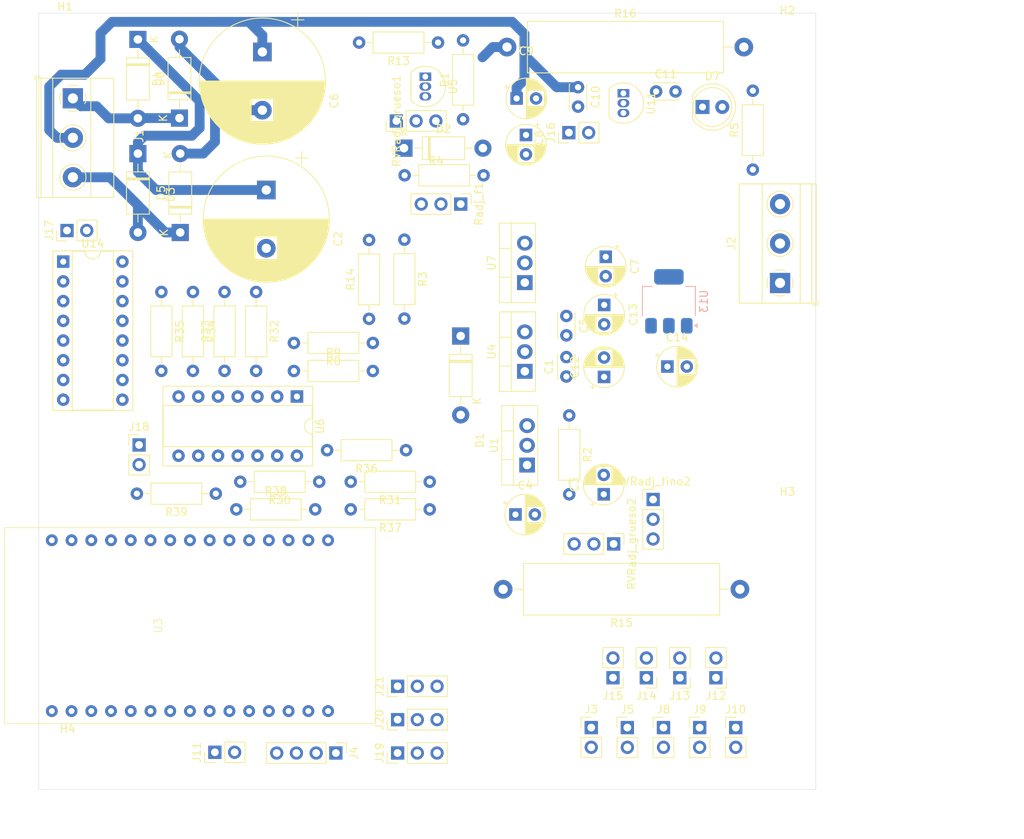
<source format=kicad_pcb>
(kicad_pcb (version 20240108) (generator "pcbnew") (generator_version "8.0")
  (layers (0 "F.Cu" signal) (31 "B.Cu" signal) (34 "B.Paste" user) (35 "F.Paste" user) (36 "B.SilkS" user "B.Silkscreen") (37 "F.SilkS" user "F.Silkscreen") (38 "B.Mask" user) (39 "F.Mask" user) (44 "Edge.Cuts" user))
  (net 0 "")
  (net 1 "+12V")
  (net 2 "Net-(D7-A)")
  (net 3 "GND")
  (net 4 "Net-(U1-ADJ)")
  (net 5 "+5V")
  (net 6 "-12V")
  (net 7 "Net-(U7-ADJ)")
  (net 8 "-5V")
  (net 9 "+3V3")
  (net 10 "+12VA")
  (net 11 "-12VA")
  (net 12 "I2C - SDA")
  (net 13 "BTN_POWER")
  (net 14 "I2C - SCL")
  (net 16 "BTN_MODE")
  (net 20 "BTN_SELECT")
  (net 22 "+1V2")
  (net 23 "-1V2")
  (net 24 "Net-(U6A--)")
  (net 25 "Net-(RVRadj_grueso1-Pad3)")
  (net 26 "TX_esp")
  (net 27 "RX_esp")
  (net 29 "Net-(RVRadj_fino2-Pad2)")
  (net 30 "A_mux")
  (net 31 "B_mux")
  (net 33 "Vadc")
  (net 37 "Io1+")
  (net 38 "Io1-")
  (net 39 "Vout-")
  (net 40 "Vout+")
  (net 41 "Vadc-")
  (net 42 "Net-(U6B-+)")
  (net 43 "Net-(U6B--)")
  (net 44 "Iadc-")
  (net 45 "Iadc+")
  (net 46 "Vadc+")
  (net 54 "Net-(U6C--)")
  (net 55 "Net-(U6D-+)")
  (net 56 "Net-(U6C-+)")
  (footprint "Capacitor_THT:CP_Radial_D5.0mm_P2.50mm" (layer "F.Cu") (at 81.494888 31)
    (property "Reference" "C9" (at 1.25 -6.096 360) (layer "F.SilkS"))
    (property "Value" "100uF")
    (pad "1" thru_hole rect (at 0 0) (size 1.6 1.6) (drill 0.8) (layers "*.Cu" "*.Mask") (net 3 "GND"))
    (pad "2" thru_hole circle (at 2.5 0) (size 1.6 1.6) (drill 0.8) (layers "*.Cu" "*.Mask") (net 6 "-12V"))
  )
  (footprint "TerminalBlock_Phoenix:TerminalBlock_Phoenix_MKDS-1,5-3-5.08_1x03_P5.08mm_Horizontal" (layer "F.Cu") (at 24.384 30.988 -90)
    (property "Reference" "J1" (at 4.822 -8.554 90) (layer "F.SilkS"))
    (property "Value" "Fuente")
    (pad "1" thru_hole rect (at 0 0 270) (size 2.6 2.6) (drill 1.3) (layers "*.Cu" "*.Mask") (net 11 "-12VA"))
    (pad "2" thru_hole circle (at 5.08 0 270) (size 2.6 2.6) (drill 1.3) (layers "*.Cu" "*.Mask") (net 3 "GND"))
    (pad "3" thru_hole circle (at 10.16 0 270) (size 2.6 2.6) (drill 1.3) (layers "*.Cu" "*.Mask") (net 10 "+12VA"))
  )
  (footprint "Connector_PinHeader_2.54mm:PinHeader_1x02_P2.54mm_Vertical" (layer "F.Cu") (at 88.225 35.4 90)
    (property "Reference" "J16" (at 0 -2.33 90) (layer "F.SilkS"))
    (property "Value" "-5V")
    (pad "1" thru_hole rect (at 0 0 90) (size 1.7 1.7) (drill 1) (layers "*.Cu" "*.Mask") (net 8 "-5V"))
    (pad "2" thru_hole oval (at 0 2.54 90) (size 1.7 1.7) (drill 1) (layers "*.Cu" "*.Mask") (net 8 "-5V"))
  )
  (footprint "MountingHole:MountingHole_3.2mm_M3" (layer "F.Cu") (at 116.332 85.852)
    (property "Reference" "H3" (at 0 -4.2 0) (layer "F.SilkS"))
    (property "Value" "MountingHole")
    (pad "" np_thru_hole circle (at 0 0) (size 3.2 3.2) (drill 3.2) (layers "*.Cu" "*.Mask"))
  )
  (footprint "Resistor_THT:R_Axial_Power_L25.0mm_W6.4mm_P30.48mm" (layer "F.Cu") (at 110.241 94.211 180)
    (property "Reference" "R15" (at 15.24 -4.32 360) (layer "F.SilkS"))
    (property "Value" "E330")
    (pad "1" thru_hole circle (at 0 0 180) (size 2.4 2.4) (drill 1.2) (layers "*.Cu" "*.Mask") (net 37 "Io1+"))
    (pad "2" thru_hole oval (at 30.48 0 180) (size 2.4 2.4) (drill 1.2) (layers "*.Cu" "*.Mask") (net 40 "Vout+"))
  )
  (footprint "Resistor_THT:R_Axial_DIN0207_L6.3mm_D2.5mm_P10.16mm_Horizontal" (layer "F.Cu") (at 42.78 81.9 180)
    (property "Reference" "R39" (at 5.08 -2.37 360) (layer "F.SilkS"))
    (property "Value" "10k")
    (pad "1" thru_hole circle (at 0 0 180) (size 1.6 1.6) (drill 0.8) (layers "*.Cu" "*.Mask") (net 54 "Net-(U6C--)"))
    (pad "2" thru_hole oval (at 10.16 0 180) (size 1.6 1.6) (drill 0.8) (layers "*.Cu" "*.Mask") (net 45 "Iadc+"))
  )
  (footprint "Connector_PinHeader_2.54mm:PinHeader_1x03_P2.54mm_Vertical" (layer "F.Cu") (at 93.98 88.369 -90)
    (property "Reference" "RVRadj_grueso2" (at 0 -2.33 90) (layer "F.SilkS"))
    (property "Value" "5k")
    (pad "1" thru_hole rect (at 0 0 270) (size 1.7 1.7) (drill 1) (layers "*.Cu" "*.Mask") (net 29 "Net-(RVRadj_fino2-Pad2)"))
    (pad "2" thru_hole oval (at 0 2.54 270) (size 1.7 1.7) (drill 1) (layers "*.Cu" "*.Mask") (net 23 "-1V2"))
    (pad "3" thru_hole oval (at 0 5.08 270) (size 1.7 1.7) (drill 1) (layers "*.Cu" "*.Mask") (net 23 "-1V2"))
  )
  (footprint "Package_TO_SOT_THT:TO-220-3_Vertical" (layer "F.Cu") (at 82.55 66.144 90)
    (property "Reference" "U4" (at 2.54 -4.27 90) (layer "F.SilkS"))
    (property "Value" "LM7805_TO220")
    (pad "1" thru_hole rect (at 0 0 90) (size 1.905 2) (drill 1.1) (layers "*.Cu" "*.Mask") (net 1 "+12V"))
    (pad "2" thru_hole oval (at 2.54 0 90) (size 1.905 2) (drill 1.1) (layers "*.Cu" "*.Mask") (net 3 "GND"))
    (pad "3" thru_hole oval (at 5.08 0 90) (size 1.905 2) (drill 1.1) (layers "*.Cu" "*.Mask") (net 5 "+5V"))
  )
  (footprint "Resistor_THT:R_Axial_DIN0207_L6.3mm_D2.5mm_P10.16mm_Horizontal" (layer "F.Cu") (at 62.5 59.38 90)
    (property "Reference" "R14" (at 5.08 -2.37 90) (layer "F.SilkS"))
    (property "Value" "10k")
    (pad "1" thru_hole circle (at 0 0 90) (size 1.6 1.6) (drill 0.8) (layers "*.Cu" "*.Mask") (net 3 "GND"))
    (pad "2" thru_hole oval (at 10.16 0 90) (size 1.6 1.6) (drill 0.8) (layers "*.Cu" "*.Mask") (net 23 "-1V2"))
  )
  (footprint "Connector_PinHeader_2.54mm:PinHeader_1x02_P2.54mm_Vertical" (layer "F.Cu") (at 102.5 105.6 180)
    (property "Reference" "J13" (at 0 -2.33 360) (layer "F.SilkS"))
    (property "Value" "-12V")
    (pad "1" thru_hole rect (at 0 0 180) (size 1.7 1.7) (drill 1) (layers "*.Cu" "*.Mask") (net 6 "-12V"))
    (pad "2" thru_hole oval (at 0 2.54 180) (size 1.7 1.7) (drill 1) (layers "*.Cu" "*.Mask") (net 6 "-12V"))
  )
  (footprint "Package_TO_SOT_THT:TO-220-3_Vertical" (layer "F.Cu") (at 82.55 54.714 90)
    (property "Reference" "U7" (at 2.54 -4.27 90) (layer "F.SilkS"))
    (property "Value" "LM337_TO220")
    (pad "1" thru_hole rect (at 0 0 90) (size 1.905 2) (drill 1.1) (layers "*.Cu" "*.Mask") (net 7 "Net-(U7-ADJ)"))
    (pad "2" thru_hole oval (at 2.54 0 90) (size 1.905 2) (drill 1.1) (layers "*.Cu" "*.Mask") (net 6 "-12V"))
    (pad "3" thru_hole oval (at 5.08 0 90) (size 1.905 2) (drill 1.1) (layers "*.Cu" "*.Mask") (net 38 "Io1-"))
  )
  (footprint "Connector_PinHeader_2.54mm:PinHeader_1x03_P2.54mm_Vertical" (layer "F.Cu") (at 99.06 82.654)
    (property "Reference" "RVRadj_fino2" (at 0 -2.33 0) (layer "F.SilkS"))
    (property "Value" "500")
    (pad "1" thru_hole rect (at 0 0) (size 1.7 1.7) (drill 1) (layers "*.Cu" "*.Mask") (net 4 "Net-(U1-ADJ)"))
    (pad "2" thru_hole oval (at 0 2.54) (size 1.7 1.7) (drill 1) (layers "*.Cu" "*.Mask") (net 29 "Net-(RVRadj_fino2-Pad2)"))
    (pad "3" thru_hole oval (at 0 5.08) (size 1.7 1.7) (drill 1) (layers "*.Cu" "*.Mask") (net 29 "Net-(RVRadj_fino2-Pad2)"))
  )
  (footprint "Resistor_THT:R_Axial_DIN0207_L6.3mm_D2.5mm_P10.16mm_Horizontal" (layer "F.Cu") (at 67.08 40.9)
    (property "Reference" "R4" (at 4.064 -1.862 360) (layer "F.SilkS"))
    (property "Value" "510")
    (pad "1" thru_hole circle (at 0 0) (size 1.6 1.6) (drill 0.8) (layers "*.Cu" "*.Mask") (net 7 "Net-(U7-ADJ)"))
    (pad "2" thru_hole oval (at 10.16 0) (size 1.6 1.6) (drill 0.8) (layers "*.Cu" "*.Mask") (net 38 "Io1-"))
  )
  (footprint "Connector_PinHeader_2.54mm:PinHeader_1x03_P2.54mm_Vertical" (layer "F.Cu") (at 66.175 115.3 90)
    (property "Reference" "J19" (at 0 -2.33 90) (layer "F.SilkS"))
    (property "Value" "BTN_POWER")
    (pad "1" thru_hole rect (at 0 0 90) (size 1.7 1.7) (drill 1) (layers "*.Cu" "*.Mask") (net 9 "+3V3"))
    (pad "2" thru_hole oval (at 0 2.54 90) (size 1.7 1.7) (drill 1) (layers "*.Cu" "*.Mask") (net 13 "BTN_POWER"))
    (pad "3" thru_hole oval (at 0 5.08 90) (size 1.7 1.7) (drill 1) (layers "*.Cu" "*.Mask") (net 3 "GND"))
  )
  (footprint "Package_TO_SOT_THT:TO-92_Inline" (layer "F.Cu") (at 95.24 30.33 -90)
    (property "Reference" "U11" (at 1.27 -3.56 90) (layer "F.SilkS"))
    (property "Value" "LM79L05")
    (pad "1" thru_hole rect (at 0 0 270) (size 1.05 1.5) (drill 0.75) (layers "*.Cu" "*.Mask") (net 3 "GND"))
    (pad "2" thru_hole oval (at 1.27 0 270) (size 1.05 1.5) (drill 0.75) (layers "*.Cu" "*.Mask") (net 6 "-12V"))
    (pad "3" thru_hole oval (at 2.54 0 270) (size 1.05 1.5) (drill 0.75) (layers "*.Cu" "*.Mask") (net 8 "-5V"))
  )
  (footprint "Resistor_THT:R_Axial_DIN0207_L6.3mm_D2.5mm_P10.16mm_Horizontal" (layer "F.Cu") (at 88.265 71.819 -90)
    (property "Reference" "R2" (at 5.08 -2.37 90) (layer "F.SilkS"))
    (property "Value" "510")
    (pad "1" thru_hole circle (at 0 0 270) (size 1.6 1.6) (drill 0.8) (layers "*.Cu" "*.Mask") (net 37 "Io1+"))
    (pad "2" thru_hole oval (at 10.16 0 270) (size 1.6 1.6) (drill 0.8) (layers "*.Cu" "*.Mask") (net 4 "Net-(U1-ADJ)"))
  )
  (footprint "Connector_PinHeader_2.54mm:PinHeader_1x02_P2.54mm_Vertical" (layer "F.Cu") (at 98.2 105.6 180)
    (property "Reference" "J14" (at 0 -2.33 360) (layer "F.SilkS"))
    (property "Value" "+1.2V")
    (pad "1" thru_hole rect (at 0 0 180) (size 1.7 1.7) (drill 1) (layers "*.Cu" "*.Mask") (net 22 "+1V2"))
    (pad "2" thru_hole oval (at 0 2.54 180) (size 1.7 1.7) (drill 1) (layers "*.Cu" "*.Mask") (net 22 "+1V2"))
  )
  (footprint "Resistor_THT:R_Axial_DIN0207_L6.3mm_D2.5mm_P10.16mm_Horizontal" (layer "F.Cu") (at 111.9 40.16 90)
    (property "Reference" "R5" (at 5.08 -2.37 90) (layer "F.SilkS"))
    (property "Value" "120")
    (pad "1" thru_hole circle (at 0 0 90) (size 1.6 1.6) (drill 0.8) (layers "*.Cu" "*.Mask") (net 9 "+3V3"))
    (pad "2" thru_hole oval (at 10.16 0 90) (size 1.6 1.6) (drill 0.8) (layers "*.Cu" "*.Mask") (net 2 "Net-(D7-A)"))
  )
  (footprint "Resistor_THT:R_Axial_DIN0207_L6.3mm_D2.5mm_P10.16mm_Horizontal" (layer "F.Cu") (at 70.308 80.364 180)
    (property "Reference" "R31" (at 5.08 -2.37 360) (layer "F.SilkS"))
    (property "Value" "10k")
    (pad "1" thru_hole circle (at 0 0 180) (size 1.6 1.6) (drill 0.8) (layers "*.Cu" "*.Mask") (net 40 "Vout+"))
    (pad "2" thru_hole oval (at 10.16 0 180) (size 1.6 1.6) (drill 0.8) (layers "*.Cu" "*.Mask") (net 55 "Net-(U6D-+)"))
  )
  (footprint "Connector_PinHeader_2.54mm:PinHeader_1x02_P2.54mm_Vertical" (layer "F.Cu") (at 91.1 112.025)
    (property "Reference" "J3" (at 0 -2.33 0) (layer "F.SilkS"))
    (property "Value" "UART")
    (pad "1" thru_hole rect (at 0 0) (size 1.7 1.7) (drill 1) (layers "*.Cu" "*.Mask") (net 27 "RX_esp"))
    (pad "2" thru_hole oval (at 0 2.54) (size 1.7 1.7) (drill 1) (layers "*.Cu" "*.Mask") (net 26 "TX_esp"))
  )
  (footprint "Resistor_THT:R_Axial_DIN0207_L6.3mm_D2.5mm_P10.16mm_Horizontal" (layer "F.Cu") (at 52.832 66.098)
    (property "Reference" "R9" (at 5.08 -2.37 0) (layer "F.SilkS"))
    (property "Value" "10k")
    (pad "1" thru_hole circle (at 0 0) (size 1.6 1.6) (drill 0.8) (layers "*.Cu" "*.Mask") (net 24 "Net-(U6A--)"))
    (pad "2" thru_hole oval (at 10.16 0) (size 1.6 1.6) (drill 0.8) (layers "*.Cu" "*.Mask") (net 41 "Vadc-"))
  )
  (footprint "Connector_PinHeader_2.54mm:PinHeader_1x02_P2.54mm_Vertical" (layer "F.Cu") (at 23.625 48 90)
    (property "Reference" "J17" (at 0 -2.33 90) (layer "F.SilkS"))
    (property "Value" "Vadj+")
    (pad "1" thru_hole rect (at 0 0 90) (size 1.7 1.7) (drill 1) (layers "*.Cu" "*.Mask") (net 46 "Vadc+"))
    (pad "2" thru_hole oval (at 0 2.54 90) (size 1.7 1.7) (drill 1) (layers "*.Cu" "*.Mask") (net 46 "Vadc+"))
  )
  (footprint "Capacitor_THT:CP_Radial_D5.0mm_P2.50mm" (layer "F.Cu") (at 82.7 35.7 -90)
    (property "Reference" "C8" (at 0.38 -1.7 90) (layer "F.SilkS"))
    (property "Value" "1uF")
    (pad "1" thru_hole rect (at 0 0 270) (size 1.6 1.6) (drill 0.8) (layers "*.Cu" "*.Mask") (net 3 "GND"))
    (pad "2" thru_hole circle (at 2.5 0 270) (size 1.6 1.6) (drill 0.8) (layers "*.Cu" "*.Mask") (net 38 "Io1-"))
  )
  (footprint "Connector_PinHeader_2.54mm:PinHeader_1x03_P2.54mm_Vertical" (layer "F.Cu") (at 66.175 111 90)
    (property "Reference" "J20" (at 0 -2.33 90) (layer "F.SilkS"))
    (property "Value" "BTN_MODE")
    (pad "1" thru_hole rect (at 0 0 90) (size 1.7 1.7) (drill 1) (layers "*.Cu" "*.Mask") (net 9 "+3V3"))
    (pad "2" thru_hole oval (at 0 2.54 90) (size 1.7 1.7) (drill 1) (layers "*.Cu" "*.Mask") (net 16 "BTN_MODE"))
    (pad "3" thru_hole oval (at 0 5.08 90) (size 1.7 1.7) (drill 1) (layers "*.Cu" "*.Mask") (net 3 "GND"))
  )
  (footprint "MountingHole:MountingHole_3.2mm_M3" (layer "F.Cu") (at 23.368 23.368)
    (property "Reference" "H1" (at 0 -4.2 0) (layer "F.SilkS"))
    (property "Value" "MountingHole")
    (pad "" np_thru_hole circle (at 0 0) (size 3.2 3.2) (drill 3.2) (layers "*.Cu" "*.Mask"))
  )
  (footprint "Resistor_THT:R_Axial_DIN0207_L6.3mm_D2.5mm_P10.16mm_Horizontal" (layer "F.Cu") (at 39.836 55.92 -90)
    (property "Reference" "R34" (at 5.08 -2.37 90) (layer "F.SilkS"))
    (property "Value" "10k")
    (pad "1" thru_hole circle (at 0 0 270) (size 1.6 1.6) (drill 0.8) (layers "*.Cu" "*.Mask") (net 39 "Vout-"))
    (pad "2" thru_hole oval (at 10.16 0 270) (size 1.6 1.6) (drill 0.8) (layers "*.Cu" "*.Mask") (net 43 "Net-(U6B--)"))
  )
  (footprint "Resistor_THT:R_Axial_DIN0207_L6.3mm_D2.5mm_P10.16mm_Horizontal" (layer "F.Cu") (at 43.9 66.08 90)
    (property "Reference" "R33" (at 5.08 -2.37 90) (layer "F.SilkS"))
    (property "Value" "47k")
    (pad "1" thru_hole circle (at 0 0 90) (size 1.6 1.6) (drill 0.8) (layers "*.Cu" "*.Mask") (net 42 "Net-(U6B-+)"))
    (pad "2" thru_hole oval (at 10.16 0 90) (size 1.6 1.6) (drill 0.8) (layers "*.Cu" "*.Mask") (net 3 "GND"))
  )
  (footprint "Componentes_Proyecto_Digitales:Esp-8266-DevKit" (layer "F.Cu") (at 39.45 98.8982 90)
    (property "Reference" "U3" (at 0 -4.1 90) (layer "F.SilkS") (effects (font (thickness 0.1))))
    (property "Value" "~")
    (pad "1" thru_hole circle (at -11 -17.78 90) (size 1.524 1.524) (drill 0.762) (layers "*.Cu" "*.Mask") (net 9 "+3V3"))
    (pad "2" thru_hole circle (at -11 -15.24 90) (size 1.524 1.524) (drill 0.762) (layers "*.Cu" "*.Mask") (net 3 "GND"))
    (pad "3" thru_hole circle (at -11 -12.7 90) (size 1.524 1.524) (drill 0.762) (layers "*.Cu" "*.Mask") (net 26 "TX_esp"))
    (pad "4" thru_hole circle (at -11 -10.16 90) (size 1.524 1.524) (drill 0.762) (layers "*.Cu" "*.Mask") (net 27 "RX_esp"))
    (pad "5" thru_hole circle (at -11 -7.62 90) (size 1.524 1.524) (drill 0.762) (layers "*.Cu" "*.Mask") (net 13 "BTN_POWER"))
    (pad "6" thru_hole circle (at -11 -5.08 90) (size 1.524 1.524) (drill 0.762) (layers "*.Cu" "*.Mask") (net 16 "BTN_MODE"))
    (pad "7" thru_hole circle (at -11 -2.54 90) (size 1.524 1.524) (drill 0.762) (layers "*.Cu" "*.Mask") (net 20 "BTN_SELECT"))
    (pad "8" thru_hole circle (at -11 0 90) (size 1.524 1.524) (drill 0.762) (layers "*.Cu" "*.Mask"))
    (pad "9" thru_hole circle (at -11 2.54 90) (size 1.524 1.524) (drill 0.762) (layers "*.Cu" "*.Mask") (net 3 "GND"))
    (pad "10" thru_hole circle (at -11 5.08 90) (size 1.524 1.524) (drill 0.762) (layers "*.Cu" "*.Mask") (net 9 "+3V3"))
    (pad "11" thru_hole circle (at -11 7.62 90) (size 1.524 1.524) (drill 0.762) (layers "*.Cu" "*.Mask"))
    (pad "12" thru_hole circle (at -11 10.16 90) (size 1.524 1.524) (drill 0.762) (layers "*.Cu" "*.Mask"))
    (pad "13" thru_hole circle (at -11 12.7 90) (size 1.524 1.524) (drill 0.762) (layers "*.Cu" "*.Mask") (net 12 "I2C - SDA"))
    (pad "14" thru_hole circle (at -11 15.24 90) (size 1.524 1.524) (drill 0.762) (layers "*.Cu" "*.Mask") (net 14 "I2C - SCL"))
    (pad "15" thru_hole circle (at -11 17.78 90) (size 1.524 1.524) (drill 0.762) (layers "*.Cu" "*.Mask"))
    (pad "16" thru_hole circle (at 10.9982 17.78 90) (size 1.524 1.524) (drill 0.762) (layers "*.Cu" "*.Mask") (net 33 "Vadc"))
    (pad "17" thru_hole circle (at 10.9982 15.24 90) (size 1.524 1.524) (drill 0.762) (layers "*.Cu" "*.Mask"))
    (pad "18" thru_hole circle (at 10.9982 12.7 90) (size 1.524 1.524) (drill 0.762) (layers "*.Cu" "*.Mask"))
    (pad "19" thru_hole circle (at 11 10.16 90) (size 1.524 1.524) (drill 0.762) (layers "*.Cu" "*.Mask") (net 31 "B_mux"))
    (pad "20" thru_hole circle (at 11 7.62 90) (size 1.524 1.524) (drill 0.762) (layers "*.Cu" "*.Mask") (net 30 "A_mux"))
    (pad "21" thru_hole circle (at 11 5.08 90) (size 1.524 1.524) (drill 0.762) (layers "*.Cu" "*.Mask"))
    (pad "22" thru_hole circle (at 11 2.54 90) (size 1.524 1.524) (drill 0.762) (layers "*.Cu" "*.Mask"))
    (pad "23" thru_hole circle (at 11 0 90) (size 1.524 1.524) (drill 0.762) (layers "*.Cu" "*.Mask"))
    (pad "24" thru_hole circle (at 11 -2.54 90) (size 1.524 1.524) (drill 0.762) (layers "*.Cu" "*.Mask"))
    (pad "25" thru_hole circle (at 11 -5.08 90) (size 1.524 1.524) (drill 0.762) (layers "*.Cu" "*.Mask") (net 3 "GND"))
    (pad "26" thru_hole circle (at 11 -7.62 90) (size 1.524 1.524) (drill 0.762) (layers "*.Cu" "*.Mask") (net 9 "+3V3"))
    (pad "27" thru_hole circle (at 11 -10.16 90) (size 1.524 1.524) (drill 0.762) (layers "*.Cu" "*.Mask"))
    (pad "28" thru_hole circle (at 11 -12.7 90) (size 1.524 1.524) (drill 0.762) (layers "*.Cu" "*.Mask"))
    (pad "29" thru_hole circle (at 11 -15.24 90) (size 1.524 1.524) (drill 0.762) (layers "*.Cu" "*.Mask") (net 3 "GND"))
    (pad "30" thru_hole circle (at 11 -17.78 90) (size 1.524 1.524) (drill 0.762) (layers "*.Cu" "*.Mask"))
  )
  (footprint "Connector_PinHeader_2.54mm:PinHeader_1x02_P2.54mm_Vertical" (layer "F.Cu") (at 93.9 105.6 180)
    (property "Reference" "J15" (at 0 -2.33 360) (layer "F.SilkS"))
    (property "Value" "-1.2V")
    (pad "1" thru_hole rect (at 0 0 180) (size 1.7 1.7) (drill 1) (layers "*.Cu" "*.Mask") (net 23 "-1V2"))
    (pad "2" thru_hole oval (at 0 2.54 180) (size 1.7 1.7) (drill 1) (layers "*.Cu" "*.Mask") (net 23 "-1V2"))
  )
  (footprint "Package_DIP:CERDIP-16_W7.62mm_SideBrazed_Socket" (layer "F.Cu") (at 23.138 52.018)
    (property "Reference" "U14" (at 3.81 -2.33 0) (layer "F.SilkS"))
    (property "Value" "CD4051B")
    (pad "1" thru_hole rect (at 0 0) (size 1.6 1.6) (drill 0.8) (layers "*.Cu" "*.Mask"))
    (pad "2" thru_hole circle (at 0 2.54) (size 1.6 1.6) (drill 0.8) (layers "*.Cu" "*.Mask"))
    (pad "3" thru_hole circle (at 0 5.08) (size 1.6 1.6) (drill 0.8) (layers "*.Cu" "*.Mask") (net 33 "Vadc"))
    (pad "4" thru_hole circle (at 0 7.62) (size 1.6 1.6) (drill 0.8) (layers "*.Cu" "*.Mask"))
    (pad "5" thru_hole circle (at 0 10.16) (size 1.6 1.6) (drill 0.8) (layers "*.Cu" "*.Mask"))
    (pad "6" thru_hole circle (at 0 12.7) (size 1.6 1.6) (drill 0.8) (layers "*.Cu" "*.Mask") (net 3 "GND"))
    (pad "7" thru_hole circle (at 0 15.24) (size 1.6 1.6) (drill 0.8) (layers "*.Cu" "*.Mask") (net 3 "GND"))
    (pad "8" thru_hole circle (at 0 17.78) (size 1.6 1.6) (drill 0.8) (layers "*.Cu" "*.Mask") (net 3 "GND"))
    (pad "9" thru_hole circle (at 7.62 17.78) (size 1.6 1.6) (drill 0.8) (layers "*.Cu" "*.Mask") (net 3 "GND"))
    (pad "10" thru_hole circle (at 7.62 15.24) (size 1.6 1.6) (drill 0.8) (layers "*.Cu" "*.Mask") (net 31 "B_mux"))
    (pad "11" thru_hole circle (at 7.62 12.7) (size 1.6 1.6) (drill 0.8) (layers "*.Cu" "*.Mask") (net 30 "A_mux"))
    (pad "12" thru_hole circle (at 7.62 10.16) (size 1.6 1.6) (drill 0.8) (layers "*.Cu" "*.Mask") (net 44 "Iadc-"))
    (pad "13" thru_hole circle (at 7.62 7.62) (size 1.6 1.6) (drill 0.8) (layers "*.Cu" "*.Mask") (net 45 "Iadc+"))
    (pad "14" thru_hole circle (at 7.62 5.08) (size 1.6 1.6) (drill 0.8) (layers "*.Cu" "*.Mask") (net 41 "Vadc-"))
    (pad "15" thru_hole circle (at 7.62 2.54) (size 1.6 1.6) (drill 0.8) (layers "*.Cu" "*.Mask") (net 46 "Vadc+"))
    (pad "16" thru_hole circle (at 7.62 0) (size 1.6 1.6) (drill 0.8) (layers "*.Cu" "*.Mask") (net 5 "+5V"))
  )
  (footprint "MountingHole:MountingHole_3.2mm_M3" (layer "F.Cu") (at 23.7 116.4)
    (property "Reference" "H4" (at 0 -4.2 0) (layer "F.SilkS"))
    (property "Value" "MountingHole")
    (pad "" np_thru_hole circle (at 0 0) (size 3.2 3.2) (drill 3.2) (layers "*.Cu" "*.Mask"))
  )
  (footprint "Connector_PinHeader_2.54mm:PinHeader_1x02_P2.54mm_Vertical" (layer "F.Cu") (at 95.75 112.025)
    (property "Reference" "J5" (at 0 -2.33 0) (layer "F.SilkS"))
    (property "Value" "Vadj+")
    (pad "1" thru_hole rect (at 0 0) (size 1.7 1.7) (drill 1) (layers "*.Cu" "*.Mask") (net 41 "Vadc-"))
    (pad "2" thru_hole oval (at 0 2.54) (size 1.7 1.7) (drill 1) (layers "*.Cu" "*.Mask") (net 41 "Vadc-"))
  )
  (footprint "Capacitor_THT:CP_Radial_D5.0mm_P2.50mm" (layer "F.Cu") (at 92.765 57.588888 -90)
    (property "Reference" "C13" (at 1.25 -3.75 90) (layer "F.SilkS"))
    (property "Value" "10uF")
    (pad "1" thru_hole rect (at 0 0 270) (size 1.6 1.6) (drill 0.8) (layers "*.Cu" "*.Mask") (net 5 "+5V"))
    (pad "2" thru_hole circle (at 2.5 0 270) (size 1.6 1.6) (drill 0.8) (layers "*.Cu" "*.Mask") (net 3 "GND"))
  )
  (footprint "Connector_PinHeader_2.54mm:PinHeader_1x03_P2.54mm_Vertical" (layer "F.Cu") (at 66.02 33.9 90)
    (property "Reference" "RVRadj_grueso1" (at 0 0.016 90) (layer "F.SilkS"))
    (property "Value" "5k")
    (pad "1" thru_hole rect (at 0 0 90) (size 1.7 1.7) (drill 1) (layers "*.Cu" "*.Mask") (net 22 "+1V2"))
    (pad "2" thru_hole oval (at 0 2.54 90) (size 1.7 1.7) (drill 1) (layers "*.Cu" "*.Mask") (net 22 "+1V2"))
    (pad "3" thru_hole oval (at 0 5.08 90) (size 1.7 1.7) (drill 1) (layers "*.Cu" "*.Mask") (net 25 "Net-(RVRadj_grueso1-Pad3)"))
  )
  (footprint "Package_TO_SOT_THT:TO-220-3_Vertical" (layer "F.Cu") (at 82.845 78.209 90)
    (property "Reference" "U1" (at 2.54 -4.27 90) (layer "F.SilkS"))
    (property "Value" "LM317_TO-220")
    (pad "1" thru_hole rect (at 0 0 90) (size 1.905 2) (drill 1.1) (layers "*.Cu" "*.Mask") (net 4 "Net-(U1-ADJ)"))
    (pad "2" thru_hole oval (at 2.54 0 90) (size 1.905 2) (drill 1.1) (layers "*.Cu" "*.Mask") (net 37 "Io1+"))
    (pad "3" thru_hole oval (at 5.08 0 90) (size 1.905 2) (drill 1.1) (layers "*.Cu" "*.Mask") (net 1 "+12V"))
  )
  (footprint "Capacitor_THT:CP_Radial_D5.0mm_P2.50mm" (layer "F.Cu") (at 92.964 51.392888 -90)
    (property "Reference" "C7" (at 1.25 -3.75 90) (layer "F.SilkS"))
    (property "Value" "10uF")
    (pad "1" thru_hole rect (at 0 0 270) (size 1.6 1.6) (drill 0.8) (layers "*.Cu" "*.Mask") (net 3 "GND"))
    (pad "2" thru_hole circle (at 2.5 0 270) (size 1.6 1.6) (drill 0.8) (layers "*.Cu" "*.Mask") (net 7 "Net-(U7-ADJ)"))
  )
  (footprint "Connector_PinHeader_2.54mm:PinHeader_1x03_P2.54mm_Vertical" (layer "F.Cu") (at 66.175 106.7 90)
    (property "Reference" "J21" (at 0 -2.33 90) (layer "F.SilkS"))
    (property "Value" "BTN_SEL")
    (pad "1" thru_hole rect (at 0 0 90) (size 1.7 1.7) (drill 1) (layers "*.Cu" "*.Mask") (net 9 "+3V3"))
    (pad "2" thru_hole oval (at 0 2.54 90) (size 1.7 1.7) (drill 1) (layers "*.Cu" "*.Mask") (net 20 "BTN_SELECT"))
    (pad "3" thru_hole oval (at 0 5.08 90) (size 1.7 1.7) (drill 1) (layers "*.Cu" "*.Mask") (net 3 "GND"))
  )
  (footprint "Resistor_THT:R_Axial_DIN0207_L6.3mm_D2.5mm_P10.16mm_Horizontal" (layer "F.Cu") (at 74.6 33.68 90)
    (property "Reference" "R1" (at 5.08 -2.37 90) (layer "F.SilkS"))
    (property "Value" "47k")
    (pad "1" thru_hole circle (at 0 0 90) (size 1.6 1.6) (drill 0.8) (layers "*.Cu" "*.Mask") (net 5 "+5V"))
    (pad "2" thru_hole oval (at 10.16 0 90) (size 1.6 1.6) (drill 0.8) (layers "*.Cu" "*.Mask") (net 22 "+1V2"))
  )
  (footprint "Resistor_THT:R_Axial_DIN0207_L6.3mm_D2.5mm_P10.16mm_Horizontal" (layer "F.Cu") (at 67.05 49.19 -90)
    (property "Reference" "R3" (at 5.08 -2.37 90) (layer "F.SilkS"))
    (property "Value" "47k")
    (pad "1" thru_hole circle (at 0 0 270) (size 1.6 1.6) (drill 0.8) (layers "*.Cu" "*.Mask") (net 23 "-1V2"))
    (pad "2" thru_hole oval (at 10.16 0 270) (size 1.6 1.6) (drill 0.8) (layers "*.Cu" "*.Mask") (net 8 "-5V"))
  )
  (footprint "Diode_THT:D_DO-41_SOD81_P10.16mm_Horizontal" (layer "F.Cu") (at 32.75 38.1 -90)
    (property "Reference" "D3" (at 5.28 -4.22 90) (layer "F.SilkS"))
    (property "Value" "1N4007")
    (fp_text user "K" (at 0.2 -3.85 90) (layer "F.SilkS"))
    (pad "1" thru_hole rect (at 0 0 270) (size 2.2 2.2) (drill 1.1) (layers "*.Cu" "*.Mask") (net 1 "+12V"))
    (pad "2" thru_hole oval (at 10.16 0 270) (size 2.2 2.2) (drill 1.1) (layers "*.Cu" "*.Mask") (net 10 "+12VA"))
  )
  (footprint "MountingHole:MountingHole_3.2mm_M3" (layer "F.Cu") (at 116.332 23.876)
    (property "Reference" "H2" (at 0 -4.2 0) (layer "F.SilkS"))
    (property "Value" "MountingHole")
    (pad "" np_thru_hole circle (at 0 0) (size 3.2 3.2) (drill 3.2) (layers "*.Cu" "*.Mask"))
  )
  (footprint "Capacitor_THT:CP_Radial_D5.0mm_P2.50mm" (layer "F.Cu") (at 81.344888 84.584)
    (property "Reference" "C4" (at 1.25 -3.75 0) (layer "F.SilkS"))
    (property "Value" "1uF")
    (pad "1" thru_hole rect (at 0 0) (size 1.6 1.6) (drill 0.8) (layers "*.Cu" "*.Mask") (net 37 "Io1+"))
    (pad "2" thru_hole circle (at 2.5 0) (size 1.6 1.6) (drill 0.8) (layers "*.Cu" "*.Mask") (net 3 "GND"))
  )
  (footprint "Connector_PinHeader_2.54mm:PinHeader_1x04_P2.54mm_Vertical" (layer "F.Cu") (at 58.235 115.3 -90)
    (property "Reference" "J4" (at 0 -2.33 90) (layer "F.SilkS"))
    (property "Value" "LCD16x2")
    (pad "1" thru_hole rect (at 0 0 270) (size 1.7 1.7) (drill 1) (layers "*.Cu" "*.Mask") (net 5 "+5V"))
    (pad "2" thru_hole oval (at 0 2.54 270) (size 1.7 1.7) (drill 1) (layers "*.Cu" "*.Mask") (net 14 "I2C - SCL"))
    (pad "3" thru_hole oval (at 0 5.08 270) (size 1.7 1.7) (drill 1) (layers "*.Cu" "*.Mask") (net 12 "I2C - SDA"))
    (pad "4" thru_hole oval (at 0 7.62 270) (size 1.7 1.7) (drill 1) (layers "*.Cu" "*.Mask") (net 3 "GND"))
  )
  (footprint "Package_DIP:CERDIP-14_W7.62mm_SideBrazed_Socket" (layer "F.Cu") (at 53.22 69.39 -90)
    (property "Reference" "U6" (at 3.81 -2.965 90) (layer "F.SilkS"))
    (property "Value" "LM324")
    (pad "1" thru_hole rect (at 0 0 270) (size 1.6 1.6) (drill 0.8) (layers "*.Cu" "*.Mask") (net 41 "Vadc-"))
    (pad "2" thru_hole circle (at 0 2.54 270) (size 1.6 1.6) (drill 0.8) (layers "*.Cu" "*.Mask") (net 24 "Net-(U6A--)"))
    (pad "3" thru_hole circle (at 0 5.08 270) (size 1.6 1.6) (drill 0.8) (layers "*.Cu" "*.Mask") (net 3 "GND"))
    (pad "4" thru_hole circle (at 0 7.62 270) (size 1.6 1.6) (drill 0.8) (layers "*.Cu" "*.Mask") (net 1 "+12V"))
    (pad "5" thru_hole circle (at 0 10.16 270) (size 1.6 1.6) (drill 0.8) (layers "*.Cu" "*.Mask") (net 42 "Net-(U6B-+)"))
    (pad "6" thru_hole circle (at 0 12.7 270) (size 1.6 1.6) (drill 0.8) (layers "*.Cu" "*.Mask") (net 43 "Net-(U6B--)"))
    (pad "7" thru_hole circle (at 0 15.24 270) (size 1.6 1.6) (drill 0.8) (layers "*.Cu" "*.Mask") (net 44 "Iadc-"))
    (pad "8" thru_hole circle (at 7.62 15.24 270) (size 1.6 1.6) (drill 0.8) (layers "*.Cu" "*.Mask") (net 45 "Iadc+"))
    (pad "9" thru_hole circle (at 7.62 12.7 270) (size 1.6 1.6) (drill 0.8) (layers "*.Cu" "*.Mask") (net 54 "Net-(U6C--)"))
    (pad "10" thru_hole circle (at 7.62 10.16 270) (size 1.6 1.6) (drill 0.8) (layers "*.Cu" "*.Mask") (net 56 "Net-(U6C-+)"))
    (pad "11" thru_hole circle (at 7.62 7.62 270) (size 1.6 1.6) (drill 0.8) (layers "*.Cu" "*.Mask") (net 3 "GND"))
    (pad "12" thru_hole circle (at 7.62 5.08 270) (size 1.6 1.6) (drill 0.8) (layers "*.Cu" "*.Mask") (net 55 "Net-(U6D-+)"))
    (pad "13" thru_hole circle (at 7.62 2.54 270) (size 1.6 1.6) (drill 0.8) (layers "*.Cu" "*.Mask") (net 46 "Vadc+"))
    (pad "14" thru_hole circle (at 7.62 0 270) (size 1.6 1.6) (drill 0.8) (layers "*.Cu" "*.Mask") (net 46 "Vadc+"))
  )
  (footprint "Resistor_THT:R_Axial_DIN0207_L6.3mm_D2.5mm_P10.16mm_Horizontal" (layer "F.Cu") (at 47.964 55.92 -90)
    (property "Reference" "R32" (at 5.08 -2.37 90) (layer "F.SilkS"))
    (property "Value" "10k")
    (pad "1" thru_hole circle (at 0 0 270) (size 1.6 1.6) (drill 0.8) (layers "*.Cu" "*.Mask") (net 38 "Io1-"))
    (pad "2" thru_hole oval (at 10.16 0 270) (size 1.6 1.6) (drill 0.8) (layers "*.Cu" "*.Mask") (net 42 "Net-(U6B-+)"))
  )
  (footprint "Capacitor_THT:C_Disc_D3.0mm_W2.0mm_P2.50mm" (layer "F.Cu") (at 99.45 30.1)
    (property "Reference" "C11" (at 1.25 -2.25 360) (layer "F.SilkS"))
    (property "Value" "0,1uF")
    (pad "1" thru_hole circle (at 0 0) (size 1.6 1.6) (drill 0.8) (layers "*.Cu" "*.Mask") (net 3 "GND"))
    (pad "2" thru_hole circle (at 2.5 0) (size 1.6 1.6) (drill 0.8) (layers "*.Cu" "*.Mask") (net 8 "-5V"))
  )
  (footprint "Capacitor_THT:CP_Radial_D16.0mm_P7.50mm" (layer "F.Cu") (at 48.768 25.012 -90)
    (property "Reference" "C6" (at 6.29 -9.25 90) (layer "F.SilkS"))
    (property "Value" "2200uF")
    (pad "1" thru_hole rect (at 0 0 270) (size 2.4 2.4) (drill 1.2) (layers "*.Cu" "*.Mask") (net 3 "GND"))
    (pad "2" thru_hole circle (at 7.5 0 270) (size 2.4 2.4) (drill 1.2) (layers "*.Cu" "*.Mask") (net 6 "-12V"))
  )
  (footprint "Resistor_THT:R_Axial_DIN0207_L6.3mm_D2.5mm_P10.16mm_Horizontal" (layer "F.Cu") (at 45.416 83.92)
    (property "Reference" "R38" (at 5.08 -2.37 0) (layer "F.SilkS"))
    (property "Value" "47k")
    (pad "1" thru_hole circle (at 0 0) (size 1.6 1.6) (drill 0.8) (layers "*.Cu" "*.Mask") (net 56 "Net-(U6C-+)"))
    (pad "2" thru_hole oval (at 10.16 0) (size 1.6 1.6) (drill 0.8) (layers "*.Cu" "*.Mask") (net 3 "GND"))
  )
  (footprint "Resistor_THT:R_Axial_DIN0207_L6.3mm_D2.5mm_P10.16mm_Horizontal" (layer "F.Cu") (at 71.38 23.8 180)
    (property "Reference" "R13" (at 5.08 -2.37 360) (layer "F.SilkS"))
    (property "Value" "10k")
    (pad "1" thru_hole circle (at 0 0 180) (size 1.6 1.6) (drill 0.8) (layers "*.Cu" "*.Mask") (net 22 "+1V2"))
    (pad "2" thru_hole oval (at 10.16 0 180) (size 1.6 1.6) (drill 0.8) (layers "*.Cu" "*.Mask") (net 3 "GND"))
  )
  (footprint "Resistor_THT:R_Axial_DIN0207_L6.3mm_D2.5mm_P10.16mm_Horizontal" (layer "F.Cu") (at 62.992 62.484 180)
    (property "Reference" "R8" (at 5.08 -2.37 360) (layer "F.SilkS"))
    (property "Value" "10k")
    (pad "1" thru_hole circle (at 0 0 180) (size 1.6 1.6) (drill 0.8) (layers "*.Cu" "*.Mask") (net 39 "Vout-"))
    (pad "2" thru_hole oval (at 10.16 0 180) (size 1.6 1.6) (drill 0.8) (layers "*.Cu" "*.Mask") (net 24 "Net-(U6A--)"))
  )
  (footprint "Connector_PinHeader_2.54mm:PinHeader_1x02_P2.54mm_Vertical" (layer "F.Cu") (at 32.9 75.625)
    (property "Reference" "J18" (at 0 -2.33 360) (layer "F.SilkS"))
    (property "Value" "Vadj-")
    (pad "1" thru_hole rect (at 0 0) (size 1.7 1.7) (drill 1) (layers "*.Cu" "*.Mask") (net 45 "Iadc+"))
    (pad "2" thru_hole oval (at 0 2.54) (size 1.7 1.7) (drill 1) (layers "*.Cu" "*.Mask") (net 45 "Iadc+"))
  )
  (footprint "Diode_THT:D_DO-41_SOD81_P10.16mm_Horizontal" (layer "F.Cu") (at 74.295 61.595 -90)
    (property "Reference" "D1" (at 13.439 -2.47 90) (layer "F.SilkS"))
    (property "Value" "1N4007")
    (fp_text user "K" (at 8.359 -2.1 90) (layer "F.SilkS"))
    (pad "1" thru_hole rect (at 0 0 270) (size 2.2 2.2) (drill 1.1) (layers "*.Cu" "*.Mask") (net 1 "+12V"))
    (pad "2" thru_hole oval (at 10.16 0 270) (size 2.2 2.2) (drill 1.1) (layers "*.Cu" "*.Mask") (net 37 "Io1+"))
  )
  (footprint "Capacitor_THT:CP_Radial_D5.0mm_P2.50mm" (layer "F.Cu") (at 92.71 81.979 90)
    (property "Reference" "C3" (at 1.25 -3.75 90) (layer "F.SilkS"))
    (property "Value" "10uF")
    (pad "1" thru_hole rect (at 0 0 90) (size 1.6 1.6) (drill 0.8) (layers "*.Cu" "*.Mask") (net 4 "Net-(U1-ADJ)"))
    (pad "2" thru_hole circle (at 2.5 0 90) (size 1.6 1.6) (drill 0.8) (layers "*.Cu" "*.Mask") (net 3 "GND"))
  )
  (footprint "Capacitor_THT:C_Disc_D3.0mm_W2.0mm_P2.50mm" (layer "F.Cu") (at 89.4 29.55 -90)
    (property "Reference" "C10" (at 1.25 -2.25 90) (layer "F.SilkS"))
    (property "Value" "0,1uF")
    (pad "1" thru_hole circle (at 0 0 270) (size 1.6 1.6) (drill 0.8) (layers "*.Cu" "*.Mask") (net 3 "GND"))
    (pad "2" thru_hole circle (at 2.5 0 270) (size 1.6 1.6) (drill 0.8) (layers "*.Cu" "*.Mask") (net 6 "-12V"))
  )
  (footprint "Capacitor_THT:CP_Radial_D5.0mm_P2.50mm" (layer "F.Cu") (at 100.902888 65.532)
    (property "Reference" "C14" (at 1.25 -3.75 360) (layer "F.SilkS"))
    (property "Value" "10uF")
    (pad "1" thru_hole rect (at 0 0) (size 1.6 1.6) (drill 0.8) (layers "*.Cu" "*.Mask") (net 9 "+3V3"))
    (pad "2" thru_hole circle (at 2.5 0) (size 1.6 1.6) (drill 0.8) (layers "*.Cu" "*.Mask") (net 3 "GND"))
  )
  (footprint "Connector_PinHeader_2.54mm:PinHeader_1x02_P2.54mm_Vertical" (layer "F.Cu") (at 42.66 115.2 90)
    (property "Reference" "J11" (at 0 -2.33 90) (layer "F.SilkS"))
    (property "Value" "GND")
    (pad "1" thru_hole rect (at 0 0 90) (size 1.7 1.7) (drill 1) (layers "*.Cu" "*.Mask") (net 3 "GND"))
    (pad "2" thru_hole oval (at 0 2.54 90) (size 1.7 1.7) (drill 1) (layers "*.Cu" "*.Mask") (net 3 "GND"))
  )
  (footprint "Capacitor_THT:CP_Radial_D5.0mm_P2.50mm" (layer "F.Cu") (at 92.75 66.864112 90)
    (property "Reference" "C12" (at 1.25 -3.75 90) (layer "F.SilkS"))
    (property "Value" "100uF")
    (pad "1" thru_hole rect (at 0 0 90) (size 1.6 1.6) (drill 0.8) (layers "*.Cu" "*.Mask") (net 1 "+12V"))
    (pad "2" thru_hole circle (at 2.5 0 90) (size 1.6 1.6) (drill 0.8) (layers "*.Cu" "*.Mask") (net 3 "GND"))
  )
  (footprint "Diode_THT:D_DO-41_SOD81_P10.16mm_Horizontal" (layer "F.Cu") (at 67 37.4)
    (property "Reference" "D2" (at 5.08 -2.47 360) (layer "F.SilkS"))
    (property "Value" "1N4007")
    (fp_text user "K" (at 0 -2.1 360) (layer "F.SilkS"))
    (pad "1" thru_hole rect (at 0 0) (size 2.2 2.2) (drill 1.1) (layers "*.Cu" "*.Mask") (net 6 "-12V"))
    (pad "2" thru_hole oval (at 10.16 0) (size 2.2 2.2) (drill 1.1) (layers "*.Cu" "*.Mask") (net 38 "Io1-"))
  )
  (footprint "Resistor_THT:R_Axial_DIN0207_L6.3mm_D2.5mm_P10.16mm_Horizontal" (layer "F.Cu") (at 56.084 80.364 180)
    (property "Reference" "R30" (at 5.08 -2.37 360) (layer "F.SilkS"))
    (property "Value" "47k")
    (pad "1" thru_hole circle (at 0 0 180) (size 1.6 1.6) (drill 0.8) (layers "*.Cu" "*.Mask") (net 55 "Net-(U6D-+)"))
    (pad "2" thru_hole oval (at 10.16 0 180) (size 1.6 1.6) (drill 0.8) (layers "*.Cu" "*.Mask") (net 3 "GND"))
  )
  (footprint "Capacitor_THT:C_Disc_D3.0mm_W2.0mm_P2.50mm" (layer "F.Cu") (at 87.9 59.009 -90)
    (property "Reference" "C5" (at 1.25 -2.25 90) (layer "F.SilkS"))
    (property "Value" "0.1uF")
    (pad "1" thru_hole circle (at 0 0 270) (size 1.6 1.6) (drill 0.8) (layers "*.Cu" "*.Mask") (net 5 "+5V"))
    (pad "2" thru_hole circle (at 2.5 0 270) (size 1.6 1.6) (drill 0.8) (layers "*.Cu" "*.Mask") (net 3 "GND"))
  )
  (footprint "Resistor_THT:R_Axial_DIN0207_L6.3mm_D2.5mm_P10.16mm_Horizontal" (layer "F.Cu") (at 70.308 83.92 180)
    (property "Reference" "R37" (at 5.08 -2.37 360) (layer "F.SilkS"))
    (property "Value" "10k")
    (pad "1" thru_hole circle (at 0 0 180) (size 1.6 1.6) (drill 0.8) (layers "*.Cu" "*.Mask") (net 40 "Vout+"))
    (pad "2" thru_hole oval (at 10.16 0 180) (size 1.6 1.6) (drill 0.8) (layers "*.Cu" "*.Mask") (net 54 "Net-(U6C--)"))
  )
  (footprint "Diode_THT:D_DO-41_SOD81_P10.16mm_Horizontal" (layer "F.Cu") (at 32.75 23.398 -90)
    (property "Reference" "D4" (at 5.08 -2.47 90) (layer "F.SilkS"))
    (property "Value" "1N4007")
    (fp_text user "K" (at 0 -2.1 90) (layer "F.SilkS"))
    (pad "1" thru_hole rect (at 0 0 270) (size 2.2 2.2) (drill 1.1) (layers "*.Cu" "*.Mask") (net 1 "+12V"))
    (pad "2" thru_hole oval (at 10.16 0 270) (size 2.2 2.2) (drill 1.1) (layers "*.Cu" "*.Mask") (net 11 "-12VA"))
  )
  (footprint "Connector_PinHeader_2.54mm:PinHeader_1x02_P2.54mm_Vertical" (layer "F.Cu") (at 105.05 112.025)
    (property "Reference" "J9" (at 0 -2.33 0) (layer "F.SilkS"))
    (property "Value" "5V")
    (pad "1" thru_hole rect (at 0 0) (size 1.7 1.7) (drill 1) (layers "*.Cu" "*.Mask") (net 5 "+5V"))
    (pad "2" thru_hole oval (at 0 2.54) (size 1.7 1.7) (drill 1) (layers "*.Cu" "*.Mask") (net 5 "+5V"))
  )
  (footprint "Resistor_THT:R_Axial_DIN0207_L6.3mm_D2.5mm_P10.16mm_Horizontal" (layer "F.Cu") (at 67.26 76.3 180)
    (property "Reference" "R36" (at 5.08 -2.37 360) (layer "F.SilkS"))
    (property "Value" "10k")
    (pad "1" thru_hole circle (at 0 0 180) (size 1.6 1.6) (drill 0.8) (layers "*.Cu" "*.Mask") (net 37 "Io1+"))
    (pad "2" thru_hole oval (at 10.16 0 180) (size 1.6 1.6) (drill 0.8) (layers "*.Cu" "*.Mask") (net 56 "Net-(U6C-+)"))
  )
  (footprint "Diode_THT:D_DO-41_SOD81_P10.16mm_Horizontal" (layer "F.Cu") (at 38.1 33.528 90)
    (property "Reference" "D6" (at 5.08 -2.47 90) (layer "F.SilkS"))
    (property "Value" "1N4007")
    (fp_text user "K" (at 0 -2.1 90) (layer "F.SilkS"))
    (pad "1" thru_hole rect (at 0 0 90) (size 2.2 2.2) (drill 1.1) (layers "*.Cu" "*.Mask") (net 11 "-12VA"))
    (pad "2" thru_hole oval (at 10.16 0 90) (size 2.2 2.2) (drill 1.1) (layers "*.Cu" "*.Mask") (net 6 "-12V"))
  )
  (footprint "Connector_PinHeader_2.54mm:PinHeader_1x02_P2.54mm_Vertical" (layer "F.Cu") (at 109.7 112.025)
    (property "Reference" "J10" (at 0 -2.33 0) (layer "F.SilkS"))
    (property "Value" "3V3")
    (pad "1" thru_hole rect (at 0 0) (size 1.7 1.7) (drill 1) (layers "*.Cu" "*.Mask") (net 9 "+3V3"))
    (pad "2" thru_hole oval (at 0 2.54) (size 1.7 1.7) (drill 1) (layers "*.Cu" "*.Mask") (net 9 "+3V3"))
  )
  (footprint "Package_TO_SOT_THT:TO-92_Inline" (layer "F.Cu") (at 69.744 28.194 -90)
    (property "Reference" "U5" (at 1.27 -3.56 90) (layer "F.SilkS"))
    (property "Value" "LM385")
    (pad "1" thru_hole rect (at 0 0 270) (size 1.05 1.5) (drill 0.75) (layers "*.Cu" "*.Mask") (net 22 "+1V2"))
    (pad "2" thru_hole oval (at 1.27 0 270) (size 1.05 1.5) (drill 0.75) (layers "*.Cu" "*.Mask") (net 23 "-1V2"))
    (pad "3" thru_hole oval (at 2.54 0 270) (size 1.05 1.5) (drill 0.75) (layers "*.Cu" "*.Mask") (net 22 "+1V2"))
  )
  (footprint "Connector_PinHeader_2.54mm:PinHeader_1x02_P2.54mm_Vertical" (layer "F.Cu") (at 100.4 112.025)
    (property "Reference" "J8" (at 0 -2.33 0) (layer "F.SilkS"))
    (property "Value" "Vadj-")
    (pad "1" thru_hole rect (at 0 0) (size 1.7 1.7) (drill 1) (layers "*.Cu" "*.Mask") (net 44 "Iadc-"))
    (pad "2" thru_hole oval (at 0 2.54) (size 1.7 1.7) (drill 1) (layers "*.Cu" "*.Mask") (net 44 "Iadc-"))
  )
  (footprint "TerminalBlock_Phoenix:TerminalBlock_Phoenix_MKDS-1,5-3-5.08_1x03_P5.08mm_Horizontal" (layer "F.Cu") (at 115.4 54.76 90)
    (property "Reference" "J2" (at 5.08 -6.26 90) (layer "F.SilkS"))
    (property "Value" "Salida")
    (pad "1" thru_hole rect (at 0 0 90) (size 2.6 2.6) (drill 1.3) (layers "*.Cu" "*.Mask") (net 40 "Vout+"))
    (pad "2" thru_hole circle (at 5.08 0 90) (size 2.6 2.6) (drill 1.3) (layers "*.Cu" "*.Mask") (net 3 "GND"))
    (pad "3" thru_hole circle (at 10.16 0 90) (size 2.6 2.6) (drill 1.3) (layers "*.Cu" "*.Mask") (net 39 "Vout-"))
  )
  (footprint "LED_THT:LED_D5.0mm" (layer "F.Cu") (at 105.425 32.1)
    (property "Reference" "D7" (at 1.27 -3.96 360) (layer "F.SilkS"))
    (property "Value" "LED")
    (pad "1" thru_hole rect (at 0 0) (size 1.8 1.8) (drill 0.9) (layers "*.Cu" "*.Mask") (net 3 "GND"))
    (pad "2" thru_hole circle (at 2.54 0) (size 1.8 1.8) (drill 0.9) (layers "*.Cu" "*.Mask") (net 2 "Net-(D7-A)"))
  )
  (footprint "Connector_PinHeader_2.54mm:PinHeader_1x02_P2.54mm_Vertical" (layer "F.Cu") (at 107.15 105.6 180)
    (property "Reference" "J12" (at 0 -2.33 360) (layer "F.SilkS"))
    (property "Value" "+12V")
    (pad "1" thru_hole rect (at 0 0 180) (size 1.7 1.7) (drill 1) (layers "*.Cu" "*.Mask") (net 1 "+12V"))
    (pad "2" thru_hole oval (at 0 2.54 180) (size 1.7 1.7) (drill 1) (layers "*.Cu" "*.Mask") (net 1 "+12V"))
  )
  (footprint "Capacitor_THT:C_Disc_D3.0mm_W2.0mm_P2.50mm" (layer "F.Cu") (at 87.9 66.809 90)
    (property "Reference" "C1" (at 1.25 -2.25 90) (layer "F.SilkS"))
    (property "Value" "0.1uF")
    (pad "1" thru_hole circle (at 0 0 90) (size 1.6 1.6) (drill 0.8) (layers "*.Cu" "*.Mask") (net 1 "+12V"))
    (pad "2" thru_hole circle (at 2.5 0 90) (size 1.6 1.6) (drill 0.8) (layers "*.Cu" "*.Mask") (net 3 "GND"))
  )
  (footprint "Diode_THT:D_DO-41_SOD81_P10.16mm_Horizontal" (layer "F.Cu") (at 38.2 48.26 90)
    (property "Reference" "D5" (at 5.08 -2.47 90) (layer "F.SilkS"))
    (property "Value" "1N4007")
    (fp_text user "K" (at 0 -2.1 90) (layer "F.SilkS"))
    (pad "1" thru_hole rect (at 0 0 90) (size 2.2 2.2) (drill 1.1) (layers "*.Cu" "*.Mask") (net 10 "+12VA"))
    (pad "2" thru_hole oval (at 10.16 0 90) (size 2.2 2.2) (drill 1.1) (layers "*.Cu" "*.Mask") (net 6 "-12V"))
  )
  (footprint "Resistor_THT:R_Axial_Power_L25.0mm_W6.4mm_P30.48mm" (layer "F.Cu") (at 80.259 24.384)
    (property "Reference" "R16" (at 15.24 -4.32 360) (layer "F.SilkS"))
    (property "Value" "E330")
    (pad "1" thru_hole circle (at 0 0) (size 2.4 2.4) (drill 1.2) (layers "*.Cu" "*.Mask") (net 38 "Io1-"))
    (pad "2" thru_hole oval (at 30.48 0) (size 2.4 2.4) (drill 1.2) (layers "*.Cu" "*.Mask") (net 39 "Vout-"))
  )
  (footprint "Connector_PinHeader_2.54mm:PinHeader_1x03_P2.54mm_Vertical" (layer "F.Cu") (at 74.3 44.6 -90)
    (property "Reference" "Radj_f1" (at 0 -2.33 90) (layer "F.SilkS"))
    (property "Value" "500")
    (pad "1" thru_hole rect (at 0 0 270) (size 1.7 1.7) (drill 1) (layers "*.Cu" "*.Mask") (net 25 "Net-(RVRadj_grueso1-Pad3)"))
    (pad "2" thru_hole oval (at 0 2.54 270) (size 1.7 1.7) (drill 1) (layers "*.Cu" "*.Mask") (net 25 "Net-(RVRadj_grueso1-Pad3)"))
    (pad "3" thru_hole oval (at 0 5.08 270) (size 1.7 1.7) (drill 1) (layers "*.Cu" "*.Mask") (net 7 "Net-(U7-ADJ)"))
  )
  (footprint "Capacitor_THT:CP_Radial_D16.0mm_P7.50mm" (layer "F.Cu") (at 49.276 42.792 -90)
    (property "Reference" "C2" (at 6.29 -9.25 90) (layer "F.SilkS"))
    (property "Value" "2200uF")
    (pad "1" thru_hole rect (at 0 0 270) (size 2.4 2.4) (drill 1.2) (layers "*.Cu" "*.Mask") (net 1 "+12V"))
    (pad "2" thru_hole circle (at 7.5 0 270) (size 2.4 2.4) (drill 1.2) (layers "*.Cu" "*.Mask") (net 3 "GND"))
  )
  (footprint "Resistor_THT:R_Axial_DIN0207_L6.3mm_D2.5mm_P10.16mm_Horizontal" (layer "F.Cu") (at 35.772 55.92 -90)
    (property "Reference" "R35" (at 5.08 -2.37 90) (layer "F.SilkS"))
    (property "Value" "10k")
    (pad "1" thru_hole circle (at 0 0 270) (size 1.6 1.6) (drill 0.8) (layers "*.Cu" "*.Mask") (net 43 "Net-(U6B--)"))
    (pad "2" thru_hole oval (at 10.16 0 270) (size 1.6 1.6) (drill 0.8) (layers "*.Cu" "*.Mask") (net 44 "Iadc-"))
  )
  (footprint "Package_TO_SOT_SMD:SOT-223-3_TabPin2" (layer "B.Cu") (at 101.092 57.127 90)
    (property "Reference" "U13" (at 0 4.5 90) (layer "B.SilkS") (effects (justify mirror)))
    (property "Value" "AMS1117-3.3")
    (pad "1" smd roundrect (at -3.15 2.3 90) (size 2 1.5) (layers "B.Cu" "B.Paste" "B.Mask") (net 3 "GND"))
    (pad "2" smd roundrect (at -3.15 0 90) (size 2 1.5) (layers "B.Cu" "B.Paste" "B.Mask") (net 9 "+3V3"))
    (pad "2" smd roundrect (at 3.15 0 90) (size 2 3.8) (layers "B.Cu" "B.Paste" "B.Mask") (net 9 "+3V3"))
    (pad "3" smd roundrect (at -3.15 -2.3 90) (size 2 1.5) (layers "B.Cu" "B.Paste" "B.Mask") (net 5 "+5V"))
  )
  (gr_rect (start 20 20) (end 120 120) (stroke (width 0.05)) (fill none) (layer "Edge.Cuts"))
  (segment (start 35.092 42.792) (end 49.276 42.792) (width 1.27) (layer "B.Cu") (net 1))
  (segment (start 32.75 23.398) (end 40.7 31.348) (width 1.27) (layer "B.Cu") (net 1))
  (segment (start 32.75 38.1) (end 32.75 40.45) (width 1.27) (layer "B.Cu") (net 1))
  (segment (start 32.75 40.45) (end 35.092 42.792) (width 1.27) (layer "B.Cu") (net 1))
  (segment (start 40.7 31.348) (end 40.7 34.8) (width 1.27) (layer "B.Cu") (net 1))
  (segment (start 32.75 36.65) (end 32.75 38.1) (width 1.27) (layer "B.Cu") (net 1))
  (segment (start 39.7 35.8) (end 33.6 35.8) (width 1.27) (layer "B.Cu") (net 1))
  (segment (start 33.6 35.8) (end 32.75 36.65) (width 1.27) (layer "B.Cu") (net 1))
  (segment (start 40.7 34.8) (end 39.7 35.8) (width 1.27) (layer "B.Cu") (net 1))
  (segment (start 82.5 22.7) (end 82.5 23.9) (width 1.27) (layer "B.Cu") (net 3))
  (segment (start 48.768 25.012) (end 48.768 22.86) (width 1.27) (layer "B.Cu") (net 3))
  (segment (start 82.5 28.6) (end 81.494888 29.605112) (width 1.27) (layer "B.Cu") (net 3))
  (segment (start 47.043 21.135) (end 80.935 21.135) (width 1.27) (layer "B.Cu") (net 3))
  (segment (start 47.043 21.135) (end 48.304 22.396) (width 1.27) (layer "B.Cu") (net 3))
  (segment (start 82.5 25.4) (end 86.65 29.55) (width 1.27) (layer "B.Cu") (net 3))
  (segment (start 29.411 21.135) (end 47.043 21.135) (width 1.27) (layer "B.Cu") (net 3))
  (segment (start 25.908 27.94) (end 27.94 25.908) (width 1.27) (layer "B.Cu") (net 3))
  (segment (start 22.352 36.068) (end 21.336 35.052) (width 1.27) (layer "B.Cu") (net 3))
  (segment (start 48.768 22.86) (end 47.043 21.135) (width 1.27) (layer "B.Cu") (net 3))
  (segment (start 80.935 21.135) (end 82.5 22.7) (width 1.27) (layer "B.Cu") (net 3))
  (segment (start 21.336 29.464) (end 22.86 27.94) (width 1.27) (layer "B.Cu") (net 3))
  (segment (start 27.94 25.908) (end 27.94 22.606) (width 1.27) (layer "B.Cu") (net 3))
  (segment (start 22.86 27.94) (end 25.908 27.94) (width 1.27) (layer "B.Cu") (net 3))
  (segment (start 21.336 35.052) (end 21.336 29.464) (width 1.27) (layer "B.Cu") (net 3))
  (segment (start 82.5 23.9) (end 82.5 25.4) (width 1.27) (layer "B.Cu") (net 3))
  (segment (start 24.384 36.068) (end 22.352 36.068) (width 1.27) (layer "B.Cu") (net 3))
  (segment (start 27.94 22.606) (end 29.411 21.135) (width 1.27) (layer "B.Cu") (net 3))
  (segment (start 82.5 23.9) (end 82.5 28.6) (width 1.27) (layer "B.Cu") (net 3))
  (segment (start 81.494888 29.605112) (end 81.494888 31) (width 1.27) (layer "B.Cu") (net 3))
  (segment (start 86.65 29.55) (end 89.4 29.55) (width 1.27) (layer "B.Cu") (net 3))
  (segment (start 41.148 38.1) (end 42.672 36.576) (width 1.27) (layer "B.Cu") (net 6))
  (segment (start 43.688 32.512) (end 48.768 32.512) (width 1.27) (layer "B.Cu") (net 6))
  (segment (start 38.2 38.1) (end 41.148 38.1) (width 1.27) (layer "B.Cu") (net 6))
  (segment (start 42.672 33.528) (end 43.688 32.512) (width 1.27) (layer "B.Cu") (net 6))
  (segment (start 38.1 24.384) (end 46.228 32.512) (width 1.27) (layer "B.Cu") (net 6))
  (segment (start 46.228 32.512) (end 48.768 32.512) (width 1.27) (layer "B.Cu") (net 6))
  (segment (start 42.672 36.576) (end 42.672 33.528) (width 1.27) (layer "B.Cu") (net 6))
  (segment (start 29.148 41.148) (end 36.26 48.26) (width 1.27) (layer "B.Cu") (net 10))
  (segment (start 29.148 41.148) (end 32.75 44.75) (width 1.27) (layer "B.Cu") (net 10))
  (segment (start 36.26 48.26) (end 38.2 48.26) (width 1.27) (layer "B.Cu") (net 10))
  (segment (start 32.75 44.75) (end 32.75 48.26) (width 1.27) (layer "B.Cu") (net 10))
  (segment (start 24.384 41.148) (end 28.448 41.148) (width 1.27) (layer "B.Cu") (net 10))
  (segment (start 28.448 41.148) (end 29.148 41.148) (width 1.27) (layer "B.Cu") (net 10))
  (segment (start 28.991 33.558) (end 27.432 31.999) (width 1.27) (layer "B.Cu") (net 11))
  (segment (start 32.78 33.528) (end 32.75 33.558) (width 1.27) (layer "B.Cu") (net 11))
  (segment (start 32.75 33.558) (end 28.991 33.558) (width 1.27) (layer "B.Cu") (net 11))
  (segment (start 38.1 33.528) (end 32.78 33.528) (width 1.27) (layer "B.Cu") (net 11))
  (segment (start 25.395 31.999) (end 24.384 30.988) (width 1.27) (layer "B.Cu") (net 11))
  (segment (start 27.432 31.999) (end 25.395 31.999) (width 1.27) (layer "B.Cu") (net 11))
  (segment (start 78.416 24.384) (end 77.1 25.7) (width 1.27) (layer "B.Cu") (net 38))
  (segment (start 80.259 24.384) (end 78.416 24.384) (width 1.27) (layer "B.Cu") (net 38))
)
</source>
